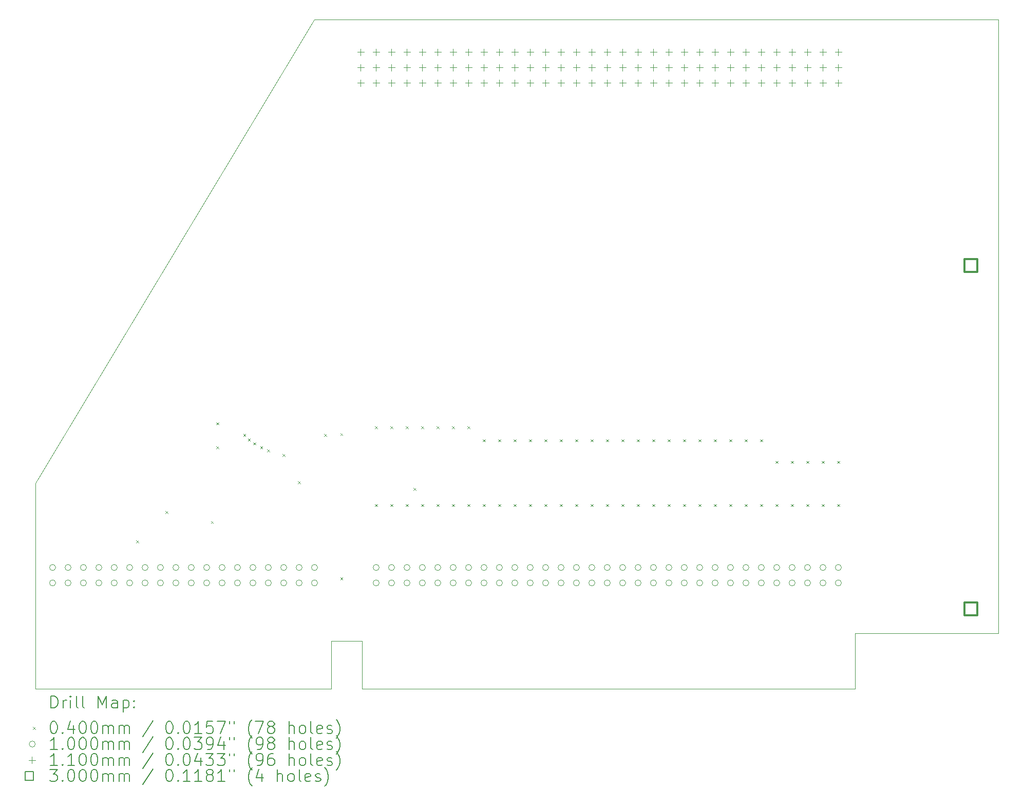
<source format=gbr>
%TF.GenerationSoftware,KiCad,Pcbnew,(6.0.11)*%
%TF.CreationDate,2023-06-06T08:43:58+02:00*%
%TF.ProjectId,DIN41612-ISA,44494e34-3136-4313-922d-4953412e6b69,rev?*%
%TF.SameCoordinates,Original*%
%TF.FileFunction,Drillmap*%
%TF.FilePolarity,Positive*%
%FSLAX45Y45*%
G04 Gerber Fmt 4.5, Leading zero omitted, Abs format (unit mm)*
G04 Created by KiCad (PCBNEW (6.0.11)) date 2023-06-06 08:43:58*
%MOMM*%
%LPD*%
G01*
G04 APERTURE LIST*
%ADD10C,0.100000*%
%ADD11C,0.200000*%
%ADD12C,0.040000*%
%ADD13C,0.110000*%
%ADD14C,0.300000*%
G04 APERTURE END LIST*
D10*
X23609300Y-14250000D02*
X21247100Y-14250000D01*
X21247100Y-15164400D01*
X13119100Y-15164400D01*
X13119100Y-14377000D01*
X12611100Y-14377000D01*
X12611100Y-15164400D01*
X7734300Y-15164400D01*
X7734300Y-11772900D01*
X12331700Y-4140800D01*
X23609300Y-4140800D01*
X23609300Y-14250000D01*
D11*
D12*
X9390700Y-12718100D02*
X9430700Y-12758100D01*
X9430700Y-12718100D02*
X9390700Y-12758100D01*
X9873300Y-12235500D02*
X9913300Y-12275500D01*
X9913300Y-12235500D02*
X9873300Y-12275500D01*
X10622600Y-12400600D02*
X10662600Y-12440600D01*
X10662600Y-12400600D02*
X10622600Y-12440600D01*
X10711500Y-10775000D02*
X10751500Y-10815000D01*
X10751500Y-10775000D02*
X10711500Y-10815000D01*
X10711500Y-11168700D02*
X10751500Y-11208700D01*
X10751500Y-11168700D02*
X10711500Y-11208700D01*
X11156000Y-10965500D02*
X11196000Y-11005500D01*
X11196000Y-10965500D02*
X11156000Y-11005500D01*
X11232200Y-11041700D02*
X11272200Y-11081700D01*
X11272200Y-11041700D02*
X11232200Y-11081700D01*
X11321100Y-11105200D02*
X11361100Y-11145200D01*
X11361100Y-11105200D02*
X11321100Y-11145200D01*
X11435400Y-11168700D02*
X11475400Y-11208700D01*
X11475400Y-11168700D02*
X11435400Y-11208700D01*
X11549700Y-11219500D02*
X11589700Y-11259500D01*
X11589700Y-11219500D02*
X11549700Y-11259500D01*
X11803700Y-11295700D02*
X11843700Y-11335700D01*
X11843700Y-11295700D02*
X11803700Y-11335700D01*
X12057700Y-11746650D02*
X12097700Y-11786650D01*
X12097700Y-11746650D02*
X12057700Y-11786650D01*
X12489500Y-10965500D02*
X12529500Y-11005500D01*
X12529500Y-10965500D02*
X12489500Y-11005500D01*
X12756200Y-10952800D02*
X12796200Y-10992800D01*
X12796200Y-10952800D02*
X12756200Y-10992800D01*
X12756200Y-13327700D02*
X12796200Y-13367700D01*
X12796200Y-13327700D02*
X12756200Y-13367700D01*
X13327700Y-10838500D02*
X13367700Y-10878500D01*
X13367700Y-10838500D02*
X13327700Y-10878500D01*
X13327700Y-12121200D02*
X13367700Y-12161200D01*
X13367700Y-12121200D02*
X13327700Y-12161200D01*
X13581700Y-10838500D02*
X13621700Y-10878500D01*
X13621700Y-10838500D02*
X13581700Y-10878500D01*
X13581700Y-12121200D02*
X13621700Y-12161200D01*
X13621700Y-12121200D02*
X13581700Y-12161200D01*
X13835700Y-10838500D02*
X13875700Y-10878500D01*
X13875700Y-10838500D02*
X13835700Y-10878500D01*
X13835700Y-12121200D02*
X13875700Y-12161200D01*
X13875700Y-12121200D02*
X13835700Y-12161200D01*
X13962700Y-11854500D02*
X14002700Y-11894500D01*
X14002700Y-11854500D02*
X13962700Y-11894500D01*
X14089700Y-10838500D02*
X14129700Y-10878500D01*
X14129700Y-10838500D02*
X14089700Y-10878500D01*
X14089700Y-12121200D02*
X14129700Y-12161200D01*
X14129700Y-12121200D02*
X14089700Y-12161200D01*
X14343700Y-10838500D02*
X14383700Y-10878500D01*
X14383700Y-10838500D02*
X14343700Y-10878500D01*
X14343700Y-12121200D02*
X14383700Y-12161200D01*
X14383700Y-12121200D02*
X14343700Y-12161200D01*
X14597700Y-10838500D02*
X14637700Y-10878500D01*
X14637700Y-10838500D02*
X14597700Y-10878500D01*
X14597700Y-12121200D02*
X14637700Y-12161200D01*
X14637700Y-12121200D02*
X14597700Y-12161200D01*
X14851700Y-10838500D02*
X14891700Y-10878500D01*
X14891700Y-10838500D02*
X14851700Y-10878500D01*
X14851700Y-12121200D02*
X14891700Y-12161200D01*
X14891700Y-12121200D02*
X14851700Y-12161200D01*
X15105700Y-11054400D02*
X15145700Y-11094400D01*
X15145700Y-11054400D02*
X15105700Y-11094400D01*
X15105700Y-12121200D02*
X15145700Y-12161200D01*
X15145700Y-12121200D02*
X15105700Y-12161200D01*
X15359700Y-11054400D02*
X15399700Y-11094400D01*
X15399700Y-11054400D02*
X15359700Y-11094400D01*
X15359700Y-12121200D02*
X15399700Y-12161200D01*
X15399700Y-12121200D02*
X15359700Y-12161200D01*
X15613700Y-11054400D02*
X15653700Y-11094400D01*
X15653700Y-11054400D02*
X15613700Y-11094400D01*
X15613700Y-12121200D02*
X15653700Y-12161200D01*
X15653700Y-12121200D02*
X15613700Y-12161200D01*
X15867700Y-11054400D02*
X15907700Y-11094400D01*
X15907700Y-11054400D02*
X15867700Y-11094400D01*
X15867700Y-12121200D02*
X15907700Y-12161200D01*
X15907700Y-12121200D02*
X15867700Y-12161200D01*
X16121700Y-11054400D02*
X16161700Y-11094400D01*
X16161700Y-11054400D02*
X16121700Y-11094400D01*
X16121700Y-12121200D02*
X16161700Y-12161200D01*
X16161700Y-12121200D02*
X16121700Y-12161200D01*
X16375700Y-11054400D02*
X16415700Y-11094400D01*
X16415700Y-11054400D02*
X16375700Y-11094400D01*
X16375700Y-12121200D02*
X16415700Y-12161200D01*
X16415700Y-12121200D02*
X16375700Y-12161200D01*
X16629700Y-11054400D02*
X16669700Y-11094400D01*
X16669700Y-11054400D02*
X16629700Y-11094400D01*
X16629700Y-12121200D02*
X16669700Y-12161200D01*
X16669700Y-12121200D02*
X16629700Y-12161200D01*
X16883700Y-11054400D02*
X16923700Y-11094400D01*
X16923700Y-11054400D02*
X16883700Y-11094400D01*
X16883700Y-12121200D02*
X16923700Y-12161200D01*
X16923700Y-12121200D02*
X16883700Y-12161200D01*
X17137700Y-11054400D02*
X17177700Y-11094400D01*
X17177700Y-11054400D02*
X17137700Y-11094400D01*
X17137700Y-12121200D02*
X17177700Y-12161200D01*
X17177700Y-12121200D02*
X17137700Y-12161200D01*
X17391700Y-11054400D02*
X17431700Y-11094400D01*
X17431700Y-11054400D02*
X17391700Y-11094400D01*
X17391700Y-12121200D02*
X17431700Y-12161200D01*
X17431700Y-12121200D02*
X17391700Y-12161200D01*
X17645700Y-11054400D02*
X17685700Y-11094400D01*
X17685700Y-11054400D02*
X17645700Y-11094400D01*
X17645700Y-12121200D02*
X17685700Y-12161200D01*
X17685700Y-12121200D02*
X17645700Y-12161200D01*
X17899700Y-11054400D02*
X17939700Y-11094400D01*
X17939700Y-11054400D02*
X17899700Y-11094400D01*
X17899700Y-12121200D02*
X17939700Y-12161200D01*
X17939700Y-12121200D02*
X17899700Y-12161200D01*
X18153700Y-11054400D02*
X18193700Y-11094400D01*
X18193700Y-11054400D02*
X18153700Y-11094400D01*
X18153700Y-12121200D02*
X18193700Y-12161200D01*
X18193700Y-12121200D02*
X18153700Y-12161200D01*
X18407700Y-11054400D02*
X18447700Y-11094400D01*
X18447700Y-11054400D02*
X18407700Y-11094400D01*
X18407700Y-12121200D02*
X18447700Y-12161200D01*
X18447700Y-12121200D02*
X18407700Y-12161200D01*
X18661700Y-11054400D02*
X18701700Y-11094400D01*
X18701700Y-11054400D02*
X18661700Y-11094400D01*
X18661700Y-12121200D02*
X18701700Y-12161200D01*
X18701700Y-12121200D02*
X18661700Y-12161200D01*
X18915700Y-11054400D02*
X18955700Y-11094400D01*
X18955700Y-11054400D02*
X18915700Y-11094400D01*
X18915700Y-12121200D02*
X18955700Y-12161200D01*
X18955700Y-12121200D02*
X18915700Y-12161200D01*
X19169700Y-11054400D02*
X19209700Y-11094400D01*
X19209700Y-11054400D02*
X19169700Y-11094400D01*
X19169700Y-12121200D02*
X19209700Y-12161200D01*
X19209700Y-12121200D02*
X19169700Y-12161200D01*
X19423700Y-11054400D02*
X19463700Y-11094400D01*
X19463700Y-11054400D02*
X19423700Y-11094400D01*
X19423700Y-12121200D02*
X19463700Y-12161200D01*
X19463700Y-12121200D02*
X19423700Y-12161200D01*
X19677700Y-11054400D02*
X19717700Y-11094400D01*
X19717700Y-11054400D02*
X19677700Y-11094400D01*
X19677700Y-12121200D02*
X19717700Y-12161200D01*
X19717700Y-12121200D02*
X19677700Y-12161200D01*
X19931700Y-11410000D02*
X19971700Y-11450000D01*
X19971700Y-11410000D02*
X19931700Y-11450000D01*
X19931700Y-12121200D02*
X19971700Y-12161200D01*
X19971700Y-12121200D02*
X19931700Y-12161200D01*
X20185700Y-11410000D02*
X20225700Y-11450000D01*
X20225700Y-11410000D02*
X20185700Y-11450000D01*
X20185700Y-12121200D02*
X20225700Y-12161200D01*
X20225700Y-12121200D02*
X20185700Y-12161200D01*
X20439700Y-11410000D02*
X20479700Y-11450000D01*
X20479700Y-11410000D02*
X20439700Y-11450000D01*
X20439700Y-12121200D02*
X20479700Y-12161200D01*
X20479700Y-12121200D02*
X20439700Y-12161200D01*
X20693700Y-11410000D02*
X20733700Y-11450000D01*
X20733700Y-11410000D02*
X20693700Y-11450000D01*
X20693700Y-12121200D02*
X20733700Y-12161200D01*
X20733700Y-12121200D02*
X20693700Y-12161200D01*
X20947700Y-11410000D02*
X20987700Y-11450000D01*
X20987700Y-11410000D02*
X20947700Y-11450000D01*
X20947700Y-12121200D02*
X20987700Y-12161200D01*
X20987700Y-12121200D02*
X20947700Y-12161200D01*
D10*
X8063700Y-13165000D02*
G75*
G03*
X8063700Y-13165000I-50000J0D01*
G01*
X8063700Y-13419000D02*
G75*
G03*
X8063700Y-13419000I-50000J0D01*
G01*
X8317700Y-13165000D02*
G75*
G03*
X8317700Y-13165000I-50000J0D01*
G01*
X8317700Y-13419000D02*
G75*
G03*
X8317700Y-13419000I-50000J0D01*
G01*
X8571700Y-13165000D02*
G75*
G03*
X8571700Y-13165000I-50000J0D01*
G01*
X8571700Y-13419000D02*
G75*
G03*
X8571700Y-13419000I-50000J0D01*
G01*
X8825700Y-13165000D02*
G75*
G03*
X8825700Y-13165000I-50000J0D01*
G01*
X8825700Y-13419000D02*
G75*
G03*
X8825700Y-13419000I-50000J0D01*
G01*
X9079700Y-13165000D02*
G75*
G03*
X9079700Y-13165000I-50000J0D01*
G01*
X9079700Y-13419000D02*
G75*
G03*
X9079700Y-13419000I-50000J0D01*
G01*
X9333700Y-13165000D02*
G75*
G03*
X9333700Y-13165000I-50000J0D01*
G01*
X9333700Y-13419000D02*
G75*
G03*
X9333700Y-13419000I-50000J0D01*
G01*
X9587700Y-13165000D02*
G75*
G03*
X9587700Y-13165000I-50000J0D01*
G01*
X9587700Y-13419000D02*
G75*
G03*
X9587700Y-13419000I-50000J0D01*
G01*
X9841700Y-13165000D02*
G75*
G03*
X9841700Y-13165000I-50000J0D01*
G01*
X9841700Y-13419000D02*
G75*
G03*
X9841700Y-13419000I-50000J0D01*
G01*
X10095700Y-13165000D02*
G75*
G03*
X10095700Y-13165000I-50000J0D01*
G01*
X10095700Y-13419000D02*
G75*
G03*
X10095700Y-13419000I-50000J0D01*
G01*
X10349700Y-13165000D02*
G75*
G03*
X10349700Y-13165000I-50000J0D01*
G01*
X10349700Y-13419000D02*
G75*
G03*
X10349700Y-13419000I-50000J0D01*
G01*
X10603700Y-13165000D02*
G75*
G03*
X10603700Y-13165000I-50000J0D01*
G01*
X10603700Y-13419000D02*
G75*
G03*
X10603700Y-13419000I-50000J0D01*
G01*
X10857700Y-13165000D02*
G75*
G03*
X10857700Y-13165000I-50000J0D01*
G01*
X10857700Y-13419000D02*
G75*
G03*
X10857700Y-13419000I-50000J0D01*
G01*
X11111700Y-13165000D02*
G75*
G03*
X11111700Y-13165000I-50000J0D01*
G01*
X11111700Y-13419000D02*
G75*
G03*
X11111700Y-13419000I-50000J0D01*
G01*
X11365700Y-13165000D02*
G75*
G03*
X11365700Y-13165000I-50000J0D01*
G01*
X11365700Y-13419000D02*
G75*
G03*
X11365700Y-13419000I-50000J0D01*
G01*
X11619700Y-13165000D02*
G75*
G03*
X11619700Y-13165000I-50000J0D01*
G01*
X11619700Y-13419000D02*
G75*
G03*
X11619700Y-13419000I-50000J0D01*
G01*
X11873700Y-13165000D02*
G75*
G03*
X11873700Y-13165000I-50000J0D01*
G01*
X11873700Y-13419000D02*
G75*
G03*
X11873700Y-13419000I-50000J0D01*
G01*
X12127700Y-13165000D02*
G75*
G03*
X12127700Y-13165000I-50000J0D01*
G01*
X12127700Y-13419000D02*
G75*
G03*
X12127700Y-13419000I-50000J0D01*
G01*
X12381700Y-13165000D02*
G75*
G03*
X12381700Y-13165000I-50000J0D01*
G01*
X12381700Y-13419000D02*
G75*
G03*
X12381700Y-13419000I-50000J0D01*
G01*
X13397700Y-13165000D02*
G75*
G03*
X13397700Y-13165000I-50000J0D01*
G01*
X13397700Y-13419000D02*
G75*
G03*
X13397700Y-13419000I-50000J0D01*
G01*
X13651700Y-13165000D02*
G75*
G03*
X13651700Y-13165000I-50000J0D01*
G01*
X13651700Y-13419000D02*
G75*
G03*
X13651700Y-13419000I-50000J0D01*
G01*
X13905700Y-13165000D02*
G75*
G03*
X13905700Y-13165000I-50000J0D01*
G01*
X13905700Y-13419000D02*
G75*
G03*
X13905700Y-13419000I-50000J0D01*
G01*
X14159700Y-13165000D02*
G75*
G03*
X14159700Y-13165000I-50000J0D01*
G01*
X14159700Y-13419000D02*
G75*
G03*
X14159700Y-13419000I-50000J0D01*
G01*
X14413700Y-13165000D02*
G75*
G03*
X14413700Y-13165000I-50000J0D01*
G01*
X14413700Y-13419000D02*
G75*
G03*
X14413700Y-13419000I-50000J0D01*
G01*
X14667700Y-13165000D02*
G75*
G03*
X14667700Y-13165000I-50000J0D01*
G01*
X14667700Y-13419000D02*
G75*
G03*
X14667700Y-13419000I-50000J0D01*
G01*
X14921700Y-13165000D02*
G75*
G03*
X14921700Y-13165000I-50000J0D01*
G01*
X14921700Y-13419000D02*
G75*
G03*
X14921700Y-13419000I-50000J0D01*
G01*
X15175700Y-13165000D02*
G75*
G03*
X15175700Y-13165000I-50000J0D01*
G01*
X15175700Y-13419000D02*
G75*
G03*
X15175700Y-13419000I-50000J0D01*
G01*
X15429700Y-13165000D02*
G75*
G03*
X15429700Y-13165000I-50000J0D01*
G01*
X15429700Y-13419000D02*
G75*
G03*
X15429700Y-13419000I-50000J0D01*
G01*
X15683700Y-13165000D02*
G75*
G03*
X15683700Y-13165000I-50000J0D01*
G01*
X15683700Y-13419000D02*
G75*
G03*
X15683700Y-13419000I-50000J0D01*
G01*
X15937700Y-13165000D02*
G75*
G03*
X15937700Y-13165000I-50000J0D01*
G01*
X15937700Y-13419000D02*
G75*
G03*
X15937700Y-13419000I-50000J0D01*
G01*
X16191700Y-13165000D02*
G75*
G03*
X16191700Y-13165000I-50000J0D01*
G01*
X16191700Y-13419000D02*
G75*
G03*
X16191700Y-13419000I-50000J0D01*
G01*
X16445700Y-13165000D02*
G75*
G03*
X16445700Y-13165000I-50000J0D01*
G01*
X16445700Y-13419000D02*
G75*
G03*
X16445700Y-13419000I-50000J0D01*
G01*
X16699700Y-13165000D02*
G75*
G03*
X16699700Y-13165000I-50000J0D01*
G01*
X16699700Y-13419000D02*
G75*
G03*
X16699700Y-13419000I-50000J0D01*
G01*
X16953700Y-13165000D02*
G75*
G03*
X16953700Y-13165000I-50000J0D01*
G01*
X16953700Y-13419000D02*
G75*
G03*
X16953700Y-13419000I-50000J0D01*
G01*
X17207700Y-13165000D02*
G75*
G03*
X17207700Y-13165000I-50000J0D01*
G01*
X17207700Y-13419000D02*
G75*
G03*
X17207700Y-13419000I-50000J0D01*
G01*
X17461700Y-13165000D02*
G75*
G03*
X17461700Y-13165000I-50000J0D01*
G01*
X17461700Y-13419000D02*
G75*
G03*
X17461700Y-13419000I-50000J0D01*
G01*
X17715700Y-13165000D02*
G75*
G03*
X17715700Y-13165000I-50000J0D01*
G01*
X17715700Y-13419000D02*
G75*
G03*
X17715700Y-13419000I-50000J0D01*
G01*
X17969700Y-13165000D02*
G75*
G03*
X17969700Y-13165000I-50000J0D01*
G01*
X17969700Y-13419000D02*
G75*
G03*
X17969700Y-13419000I-50000J0D01*
G01*
X18223700Y-13165000D02*
G75*
G03*
X18223700Y-13165000I-50000J0D01*
G01*
X18223700Y-13419000D02*
G75*
G03*
X18223700Y-13419000I-50000J0D01*
G01*
X18477700Y-13165000D02*
G75*
G03*
X18477700Y-13165000I-50000J0D01*
G01*
X18477700Y-13419000D02*
G75*
G03*
X18477700Y-13419000I-50000J0D01*
G01*
X18731700Y-13165000D02*
G75*
G03*
X18731700Y-13165000I-50000J0D01*
G01*
X18731700Y-13419000D02*
G75*
G03*
X18731700Y-13419000I-50000J0D01*
G01*
X18985700Y-13165000D02*
G75*
G03*
X18985700Y-13165000I-50000J0D01*
G01*
X18985700Y-13419000D02*
G75*
G03*
X18985700Y-13419000I-50000J0D01*
G01*
X19239700Y-13165000D02*
G75*
G03*
X19239700Y-13165000I-50000J0D01*
G01*
X19239700Y-13419000D02*
G75*
G03*
X19239700Y-13419000I-50000J0D01*
G01*
X19493700Y-13165000D02*
G75*
G03*
X19493700Y-13165000I-50000J0D01*
G01*
X19493700Y-13419000D02*
G75*
G03*
X19493700Y-13419000I-50000J0D01*
G01*
X19747700Y-13165000D02*
G75*
G03*
X19747700Y-13165000I-50000J0D01*
G01*
X19747700Y-13419000D02*
G75*
G03*
X19747700Y-13419000I-50000J0D01*
G01*
X20001700Y-13165000D02*
G75*
G03*
X20001700Y-13165000I-50000J0D01*
G01*
X20001700Y-13419000D02*
G75*
G03*
X20001700Y-13419000I-50000J0D01*
G01*
X20255700Y-13165000D02*
G75*
G03*
X20255700Y-13165000I-50000J0D01*
G01*
X20255700Y-13419000D02*
G75*
G03*
X20255700Y-13419000I-50000J0D01*
G01*
X20509700Y-13165000D02*
G75*
G03*
X20509700Y-13165000I-50000J0D01*
G01*
X20509700Y-13419000D02*
G75*
G03*
X20509700Y-13419000I-50000J0D01*
G01*
X20763700Y-13165000D02*
G75*
G03*
X20763700Y-13165000I-50000J0D01*
G01*
X20763700Y-13419000D02*
G75*
G03*
X20763700Y-13419000I-50000J0D01*
G01*
X21017700Y-13165000D02*
G75*
G03*
X21017700Y-13165000I-50000J0D01*
G01*
X21017700Y-13419000D02*
G75*
G03*
X21017700Y-13419000I-50000J0D01*
G01*
D13*
X13093700Y-4619200D02*
X13093700Y-4729200D01*
X13038700Y-4674200D02*
X13148700Y-4674200D01*
X13093700Y-4873200D02*
X13093700Y-4983200D01*
X13038700Y-4928200D02*
X13148700Y-4928200D01*
X13093700Y-5127200D02*
X13093700Y-5237200D01*
X13038700Y-5182200D02*
X13148700Y-5182200D01*
X13347700Y-4619200D02*
X13347700Y-4729200D01*
X13292700Y-4674200D02*
X13402700Y-4674200D01*
X13347700Y-4873200D02*
X13347700Y-4983200D01*
X13292700Y-4928200D02*
X13402700Y-4928200D01*
X13347700Y-5127200D02*
X13347700Y-5237200D01*
X13292700Y-5182200D02*
X13402700Y-5182200D01*
X13601700Y-4619200D02*
X13601700Y-4729200D01*
X13546700Y-4674200D02*
X13656700Y-4674200D01*
X13601700Y-4873200D02*
X13601700Y-4983200D01*
X13546700Y-4928200D02*
X13656700Y-4928200D01*
X13601700Y-5127200D02*
X13601700Y-5237200D01*
X13546700Y-5182200D02*
X13656700Y-5182200D01*
X13855700Y-4619200D02*
X13855700Y-4729200D01*
X13800700Y-4674200D02*
X13910700Y-4674200D01*
X13855700Y-4873200D02*
X13855700Y-4983200D01*
X13800700Y-4928200D02*
X13910700Y-4928200D01*
X13855700Y-5127200D02*
X13855700Y-5237200D01*
X13800700Y-5182200D02*
X13910700Y-5182200D01*
X14109700Y-4619200D02*
X14109700Y-4729200D01*
X14054700Y-4674200D02*
X14164700Y-4674200D01*
X14109700Y-4873200D02*
X14109700Y-4983200D01*
X14054700Y-4928200D02*
X14164700Y-4928200D01*
X14109700Y-5127200D02*
X14109700Y-5237200D01*
X14054700Y-5182200D02*
X14164700Y-5182200D01*
X14363700Y-4619200D02*
X14363700Y-4729200D01*
X14308700Y-4674200D02*
X14418700Y-4674200D01*
X14363700Y-4873200D02*
X14363700Y-4983200D01*
X14308700Y-4928200D02*
X14418700Y-4928200D01*
X14363700Y-5127200D02*
X14363700Y-5237200D01*
X14308700Y-5182200D02*
X14418700Y-5182200D01*
X14617700Y-4619200D02*
X14617700Y-4729200D01*
X14562700Y-4674200D02*
X14672700Y-4674200D01*
X14617700Y-4873200D02*
X14617700Y-4983200D01*
X14562700Y-4928200D02*
X14672700Y-4928200D01*
X14617700Y-5127200D02*
X14617700Y-5237200D01*
X14562700Y-5182200D02*
X14672700Y-5182200D01*
X14871700Y-4619200D02*
X14871700Y-4729200D01*
X14816700Y-4674200D02*
X14926700Y-4674200D01*
X14871700Y-4873200D02*
X14871700Y-4983200D01*
X14816700Y-4928200D02*
X14926700Y-4928200D01*
X14871700Y-5127200D02*
X14871700Y-5237200D01*
X14816700Y-5182200D02*
X14926700Y-5182200D01*
X15125700Y-4619200D02*
X15125700Y-4729200D01*
X15070700Y-4674200D02*
X15180700Y-4674200D01*
X15125700Y-4873200D02*
X15125700Y-4983200D01*
X15070700Y-4928200D02*
X15180700Y-4928200D01*
X15125700Y-5127200D02*
X15125700Y-5237200D01*
X15070700Y-5182200D02*
X15180700Y-5182200D01*
X15379700Y-4619200D02*
X15379700Y-4729200D01*
X15324700Y-4674200D02*
X15434700Y-4674200D01*
X15379700Y-4873200D02*
X15379700Y-4983200D01*
X15324700Y-4928200D02*
X15434700Y-4928200D01*
X15379700Y-5127200D02*
X15379700Y-5237200D01*
X15324700Y-5182200D02*
X15434700Y-5182200D01*
X15633700Y-4619200D02*
X15633700Y-4729200D01*
X15578700Y-4674200D02*
X15688700Y-4674200D01*
X15633700Y-4873200D02*
X15633700Y-4983200D01*
X15578700Y-4928200D02*
X15688700Y-4928200D01*
X15633700Y-5127200D02*
X15633700Y-5237200D01*
X15578700Y-5182200D02*
X15688700Y-5182200D01*
X15887700Y-4619200D02*
X15887700Y-4729200D01*
X15832700Y-4674200D02*
X15942700Y-4674200D01*
X15887700Y-4873200D02*
X15887700Y-4983200D01*
X15832700Y-4928200D02*
X15942700Y-4928200D01*
X15887700Y-5127200D02*
X15887700Y-5237200D01*
X15832700Y-5182200D02*
X15942700Y-5182200D01*
X16141700Y-4619200D02*
X16141700Y-4729200D01*
X16086700Y-4674200D02*
X16196700Y-4674200D01*
X16141700Y-4873200D02*
X16141700Y-4983200D01*
X16086700Y-4928200D02*
X16196700Y-4928200D01*
X16141700Y-5127200D02*
X16141700Y-5237200D01*
X16086700Y-5182200D02*
X16196700Y-5182200D01*
X16395700Y-4619200D02*
X16395700Y-4729200D01*
X16340700Y-4674200D02*
X16450700Y-4674200D01*
X16395700Y-4873200D02*
X16395700Y-4983200D01*
X16340700Y-4928200D02*
X16450700Y-4928200D01*
X16395700Y-5127200D02*
X16395700Y-5237200D01*
X16340700Y-5182200D02*
X16450700Y-5182200D01*
X16649700Y-4619200D02*
X16649700Y-4729200D01*
X16594700Y-4674200D02*
X16704700Y-4674200D01*
X16649700Y-4873200D02*
X16649700Y-4983200D01*
X16594700Y-4928200D02*
X16704700Y-4928200D01*
X16649700Y-5127200D02*
X16649700Y-5237200D01*
X16594700Y-5182200D02*
X16704700Y-5182200D01*
X16903700Y-4619200D02*
X16903700Y-4729200D01*
X16848700Y-4674200D02*
X16958700Y-4674200D01*
X16903700Y-4873200D02*
X16903700Y-4983200D01*
X16848700Y-4928200D02*
X16958700Y-4928200D01*
X16903700Y-5127200D02*
X16903700Y-5237200D01*
X16848700Y-5182200D02*
X16958700Y-5182200D01*
X17157700Y-4619200D02*
X17157700Y-4729200D01*
X17102700Y-4674200D02*
X17212700Y-4674200D01*
X17157700Y-4873200D02*
X17157700Y-4983200D01*
X17102700Y-4928200D02*
X17212700Y-4928200D01*
X17157700Y-5127200D02*
X17157700Y-5237200D01*
X17102700Y-5182200D02*
X17212700Y-5182200D01*
X17411700Y-4619200D02*
X17411700Y-4729200D01*
X17356700Y-4674200D02*
X17466700Y-4674200D01*
X17411700Y-4873200D02*
X17411700Y-4983200D01*
X17356700Y-4928200D02*
X17466700Y-4928200D01*
X17411700Y-5127200D02*
X17411700Y-5237200D01*
X17356700Y-5182200D02*
X17466700Y-5182200D01*
X17665700Y-4619200D02*
X17665700Y-4729200D01*
X17610700Y-4674200D02*
X17720700Y-4674200D01*
X17665700Y-4873200D02*
X17665700Y-4983200D01*
X17610700Y-4928200D02*
X17720700Y-4928200D01*
X17665700Y-5127200D02*
X17665700Y-5237200D01*
X17610700Y-5182200D02*
X17720700Y-5182200D01*
X17919700Y-4619200D02*
X17919700Y-4729200D01*
X17864700Y-4674200D02*
X17974700Y-4674200D01*
X17919700Y-4873200D02*
X17919700Y-4983200D01*
X17864700Y-4928200D02*
X17974700Y-4928200D01*
X17919700Y-5127200D02*
X17919700Y-5237200D01*
X17864700Y-5182200D02*
X17974700Y-5182200D01*
X18173700Y-4619200D02*
X18173700Y-4729200D01*
X18118700Y-4674200D02*
X18228700Y-4674200D01*
X18173700Y-4873200D02*
X18173700Y-4983200D01*
X18118700Y-4928200D02*
X18228700Y-4928200D01*
X18173700Y-5127200D02*
X18173700Y-5237200D01*
X18118700Y-5182200D02*
X18228700Y-5182200D01*
X18427700Y-4619200D02*
X18427700Y-4729200D01*
X18372700Y-4674200D02*
X18482700Y-4674200D01*
X18427700Y-4873200D02*
X18427700Y-4983200D01*
X18372700Y-4928200D02*
X18482700Y-4928200D01*
X18427700Y-5127200D02*
X18427700Y-5237200D01*
X18372700Y-5182200D02*
X18482700Y-5182200D01*
X18681700Y-4619200D02*
X18681700Y-4729200D01*
X18626700Y-4674200D02*
X18736700Y-4674200D01*
X18681700Y-4873200D02*
X18681700Y-4983200D01*
X18626700Y-4928200D02*
X18736700Y-4928200D01*
X18681700Y-5127200D02*
X18681700Y-5237200D01*
X18626700Y-5182200D02*
X18736700Y-5182200D01*
X18935700Y-4619200D02*
X18935700Y-4729200D01*
X18880700Y-4674200D02*
X18990700Y-4674200D01*
X18935700Y-4873200D02*
X18935700Y-4983200D01*
X18880700Y-4928200D02*
X18990700Y-4928200D01*
X18935700Y-5127200D02*
X18935700Y-5237200D01*
X18880700Y-5182200D02*
X18990700Y-5182200D01*
X19189700Y-4619200D02*
X19189700Y-4729200D01*
X19134700Y-4674200D02*
X19244700Y-4674200D01*
X19189700Y-4873200D02*
X19189700Y-4983200D01*
X19134700Y-4928200D02*
X19244700Y-4928200D01*
X19189700Y-5127200D02*
X19189700Y-5237200D01*
X19134700Y-5182200D02*
X19244700Y-5182200D01*
X19443700Y-4619200D02*
X19443700Y-4729200D01*
X19388700Y-4674200D02*
X19498700Y-4674200D01*
X19443700Y-4873200D02*
X19443700Y-4983200D01*
X19388700Y-4928200D02*
X19498700Y-4928200D01*
X19443700Y-5127200D02*
X19443700Y-5237200D01*
X19388700Y-5182200D02*
X19498700Y-5182200D01*
X19697700Y-4619200D02*
X19697700Y-4729200D01*
X19642700Y-4674200D02*
X19752700Y-4674200D01*
X19697700Y-4873200D02*
X19697700Y-4983200D01*
X19642700Y-4928200D02*
X19752700Y-4928200D01*
X19697700Y-5127200D02*
X19697700Y-5237200D01*
X19642700Y-5182200D02*
X19752700Y-5182200D01*
X19951700Y-4619200D02*
X19951700Y-4729200D01*
X19896700Y-4674200D02*
X20006700Y-4674200D01*
X19951700Y-4873200D02*
X19951700Y-4983200D01*
X19896700Y-4928200D02*
X20006700Y-4928200D01*
X19951700Y-5127200D02*
X19951700Y-5237200D01*
X19896700Y-5182200D02*
X20006700Y-5182200D01*
X20205700Y-4619200D02*
X20205700Y-4729200D01*
X20150700Y-4674200D02*
X20260700Y-4674200D01*
X20205700Y-4873200D02*
X20205700Y-4983200D01*
X20150700Y-4928200D02*
X20260700Y-4928200D01*
X20205700Y-5127200D02*
X20205700Y-5237200D01*
X20150700Y-5182200D02*
X20260700Y-5182200D01*
X20459700Y-4619200D02*
X20459700Y-4729200D01*
X20404700Y-4674200D02*
X20514700Y-4674200D01*
X20459700Y-4873200D02*
X20459700Y-4983200D01*
X20404700Y-4928200D02*
X20514700Y-4928200D01*
X20459700Y-5127200D02*
X20459700Y-5237200D01*
X20404700Y-5182200D02*
X20514700Y-5182200D01*
X20713700Y-4619200D02*
X20713700Y-4729200D01*
X20658700Y-4674200D02*
X20768700Y-4674200D01*
X20713700Y-4873200D02*
X20713700Y-4983200D01*
X20658700Y-4928200D02*
X20768700Y-4928200D01*
X20713700Y-5127200D02*
X20713700Y-5237200D01*
X20658700Y-5182200D02*
X20768700Y-5182200D01*
X20967700Y-4619200D02*
X20967700Y-4729200D01*
X20912700Y-4674200D02*
X21022700Y-4674200D01*
X20967700Y-4873200D02*
X20967700Y-4983200D01*
X20912700Y-4928200D02*
X21022700Y-4928200D01*
X20967700Y-5127200D02*
X20967700Y-5237200D01*
X20912700Y-5182200D02*
X21022700Y-5182200D01*
D14*
X23258167Y-8298167D02*
X23258167Y-8086033D01*
X23046033Y-8086033D01*
X23046033Y-8298167D01*
X23258167Y-8298167D01*
X23258167Y-8298167D02*
X23258167Y-8086033D01*
X23046033Y-8086033D01*
X23046033Y-8298167D01*
X23258167Y-8298167D01*
X23258167Y-13949667D02*
X23258167Y-13737533D01*
X23046033Y-13737533D01*
X23046033Y-13949667D01*
X23258167Y-13949667D01*
X23258167Y-13949667D02*
X23258167Y-13737533D01*
X23046033Y-13737533D01*
X23046033Y-13949667D01*
X23258167Y-13949667D01*
D11*
X7986919Y-15479876D02*
X7986919Y-15279876D01*
X8034538Y-15279876D01*
X8063109Y-15289400D01*
X8082157Y-15308448D01*
X8091681Y-15327495D01*
X8101205Y-15365590D01*
X8101205Y-15394162D01*
X8091681Y-15432257D01*
X8082157Y-15451305D01*
X8063109Y-15470352D01*
X8034538Y-15479876D01*
X7986919Y-15479876D01*
X8186919Y-15479876D02*
X8186919Y-15346543D01*
X8186919Y-15384638D02*
X8196443Y-15365590D01*
X8205967Y-15356067D01*
X8225014Y-15346543D01*
X8244062Y-15346543D01*
X8310728Y-15479876D02*
X8310728Y-15346543D01*
X8310728Y-15279876D02*
X8301205Y-15289400D01*
X8310728Y-15298924D01*
X8320252Y-15289400D01*
X8310728Y-15279876D01*
X8310728Y-15298924D01*
X8434538Y-15479876D02*
X8415490Y-15470352D01*
X8405967Y-15451305D01*
X8405967Y-15279876D01*
X8539300Y-15479876D02*
X8520252Y-15470352D01*
X8510729Y-15451305D01*
X8510729Y-15279876D01*
X8767871Y-15479876D02*
X8767871Y-15279876D01*
X8834538Y-15422733D01*
X8901205Y-15279876D01*
X8901205Y-15479876D01*
X9082157Y-15479876D02*
X9082157Y-15375114D01*
X9072633Y-15356067D01*
X9053586Y-15346543D01*
X9015490Y-15346543D01*
X8996443Y-15356067D01*
X9082157Y-15470352D02*
X9063110Y-15479876D01*
X9015490Y-15479876D01*
X8996443Y-15470352D01*
X8986919Y-15451305D01*
X8986919Y-15432257D01*
X8996443Y-15413209D01*
X9015490Y-15403686D01*
X9063110Y-15403686D01*
X9082157Y-15394162D01*
X9177395Y-15346543D02*
X9177395Y-15546543D01*
X9177395Y-15356067D02*
X9196443Y-15346543D01*
X9234538Y-15346543D01*
X9253586Y-15356067D01*
X9263110Y-15365590D01*
X9272633Y-15384638D01*
X9272633Y-15441781D01*
X9263110Y-15460828D01*
X9253586Y-15470352D01*
X9234538Y-15479876D01*
X9196443Y-15479876D01*
X9177395Y-15470352D01*
X9358348Y-15460828D02*
X9367871Y-15470352D01*
X9358348Y-15479876D01*
X9348824Y-15470352D01*
X9358348Y-15460828D01*
X9358348Y-15479876D01*
X9358348Y-15356067D02*
X9367871Y-15365590D01*
X9358348Y-15375114D01*
X9348824Y-15365590D01*
X9358348Y-15356067D01*
X9358348Y-15375114D01*
D12*
X7689300Y-15789400D02*
X7729300Y-15829400D01*
X7729300Y-15789400D02*
X7689300Y-15829400D01*
D11*
X8025014Y-15699876D02*
X8044062Y-15699876D01*
X8063109Y-15709400D01*
X8072633Y-15718924D01*
X8082157Y-15737971D01*
X8091681Y-15776067D01*
X8091681Y-15823686D01*
X8082157Y-15861781D01*
X8072633Y-15880828D01*
X8063109Y-15890352D01*
X8044062Y-15899876D01*
X8025014Y-15899876D01*
X8005967Y-15890352D01*
X7996443Y-15880828D01*
X7986919Y-15861781D01*
X7977395Y-15823686D01*
X7977395Y-15776067D01*
X7986919Y-15737971D01*
X7996443Y-15718924D01*
X8005967Y-15709400D01*
X8025014Y-15699876D01*
X8177395Y-15880828D02*
X8186919Y-15890352D01*
X8177395Y-15899876D01*
X8167871Y-15890352D01*
X8177395Y-15880828D01*
X8177395Y-15899876D01*
X8358348Y-15766543D02*
X8358348Y-15899876D01*
X8310728Y-15690352D02*
X8263109Y-15833209D01*
X8386919Y-15833209D01*
X8501205Y-15699876D02*
X8520252Y-15699876D01*
X8539300Y-15709400D01*
X8548824Y-15718924D01*
X8558348Y-15737971D01*
X8567871Y-15776067D01*
X8567871Y-15823686D01*
X8558348Y-15861781D01*
X8548824Y-15880828D01*
X8539300Y-15890352D01*
X8520252Y-15899876D01*
X8501205Y-15899876D01*
X8482157Y-15890352D01*
X8472633Y-15880828D01*
X8463110Y-15861781D01*
X8453586Y-15823686D01*
X8453586Y-15776067D01*
X8463110Y-15737971D01*
X8472633Y-15718924D01*
X8482157Y-15709400D01*
X8501205Y-15699876D01*
X8691681Y-15699876D02*
X8710729Y-15699876D01*
X8729776Y-15709400D01*
X8739300Y-15718924D01*
X8748824Y-15737971D01*
X8758348Y-15776067D01*
X8758348Y-15823686D01*
X8748824Y-15861781D01*
X8739300Y-15880828D01*
X8729776Y-15890352D01*
X8710729Y-15899876D01*
X8691681Y-15899876D01*
X8672633Y-15890352D01*
X8663110Y-15880828D01*
X8653586Y-15861781D01*
X8644062Y-15823686D01*
X8644062Y-15776067D01*
X8653586Y-15737971D01*
X8663110Y-15718924D01*
X8672633Y-15709400D01*
X8691681Y-15699876D01*
X8844062Y-15899876D02*
X8844062Y-15766543D01*
X8844062Y-15785590D02*
X8853586Y-15776067D01*
X8872633Y-15766543D01*
X8901205Y-15766543D01*
X8920252Y-15776067D01*
X8929776Y-15795114D01*
X8929776Y-15899876D01*
X8929776Y-15795114D02*
X8939300Y-15776067D01*
X8958348Y-15766543D01*
X8986919Y-15766543D01*
X9005967Y-15776067D01*
X9015490Y-15795114D01*
X9015490Y-15899876D01*
X9110729Y-15899876D02*
X9110729Y-15766543D01*
X9110729Y-15785590D02*
X9120252Y-15776067D01*
X9139300Y-15766543D01*
X9167871Y-15766543D01*
X9186919Y-15776067D01*
X9196443Y-15795114D01*
X9196443Y-15899876D01*
X9196443Y-15795114D02*
X9205967Y-15776067D01*
X9225014Y-15766543D01*
X9253586Y-15766543D01*
X9272633Y-15776067D01*
X9282157Y-15795114D01*
X9282157Y-15899876D01*
X9672633Y-15690352D02*
X9501205Y-15947495D01*
X9929776Y-15699876D02*
X9948824Y-15699876D01*
X9967871Y-15709400D01*
X9977395Y-15718924D01*
X9986919Y-15737971D01*
X9996443Y-15776067D01*
X9996443Y-15823686D01*
X9986919Y-15861781D01*
X9977395Y-15880828D01*
X9967871Y-15890352D01*
X9948824Y-15899876D01*
X9929776Y-15899876D01*
X9910729Y-15890352D01*
X9901205Y-15880828D01*
X9891681Y-15861781D01*
X9882157Y-15823686D01*
X9882157Y-15776067D01*
X9891681Y-15737971D01*
X9901205Y-15718924D01*
X9910729Y-15709400D01*
X9929776Y-15699876D01*
X10082157Y-15880828D02*
X10091681Y-15890352D01*
X10082157Y-15899876D01*
X10072633Y-15890352D01*
X10082157Y-15880828D01*
X10082157Y-15899876D01*
X10215490Y-15699876D02*
X10234538Y-15699876D01*
X10253586Y-15709400D01*
X10263110Y-15718924D01*
X10272633Y-15737971D01*
X10282157Y-15776067D01*
X10282157Y-15823686D01*
X10272633Y-15861781D01*
X10263110Y-15880828D01*
X10253586Y-15890352D01*
X10234538Y-15899876D01*
X10215490Y-15899876D01*
X10196443Y-15890352D01*
X10186919Y-15880828D01*
X10177395Y-15861781D01*
X10167871Y-15823686D01*
X10167871Y-15776067D01*
X10177395Y-15737971D01*
X10186919Y-15718924D01*
X10196443Y-15709400D01*
X10215490Y-15699876D01*
X10472633Y-15899876D02*
X10358348Y-15899876D01*
X10415490Y-15899876D02*
X10415490Y-15699876D01*
X10396443Y-15728448D01*
X10377395Y-15747495D01*
X10358348Y-15757019D01*
X10653586Y-15699876D02*
X10558348Y-15699876D01*
X10548824Y-15795114D01*
X10558348Y-15785590D01*
X10577395Y-15776067D01*
X10625014Y-15776067D01*
X10644062Y-15785590D01*
X10653586Y-15795114D01*
X10663110Y-15814162D01*
X10663110Y-15861781D01*
X10653586Y-15880828D01*
X10644062Y-15890352D01*
X10625014Y-15899876D01*
X10577395Y-15899876D01*
X10558348Y-15890352D01*
X10548824Y-15880828D01*
X10729776Y-15699876D02*
X10863110Y-15699876D01*
X10777395Y-15899876D01*
X10929776Y-15699876D02*
X10929776Y-15737971D01*
X11005967Y-15699876D02*
X11005967Y-15737971D01*
X11301205Y-15976067D02*
X11291681Y-15966543D01*
X11272633Y-15937971D01*
X11263109Y-15918924D01*
X11253586Y-15890352D01*
X11244062Y-15842733D01*
X11244062Y-15804638D01*
X11253586Y-15757019D01*
X11263109Y-15728448D01*
X11272633Y-15709400D01*
X11291681Y-15680828D01*
X11301205Y-15671305D01*
X11358348Y-15699876D02*
X11491681Y-15699876D01*
X11405967Y-15899876D01*
X11596443Y-15785590D02*
X11577395Y-15776067D01*
X11567871Y-15766543D01*
X11558348Y-15747495D01*
X11558348Y-15737971D01*
X11567871Y-15718924D01*
X11577395Y-15709400D01*
X11596443Y-15699876D01*
X11634538Y-15699876D01*
X11653586Y-15709400D01*
X11663109Y-15718924D01*
X11672633Y-15737971D01*
X11672633Y-15747495D01*
X11663109Y-15766543D01*
X11653586Y-15776067D01*
X11634538Y-15785590D01*
X11596443Y-15785590D01*
X11577395Y-15795114D01*
X11567871Y-15804638D01*
X11558348Y-15823686D01*
X11558348Y-15861781D01*
X11567871Y-15880828D01*
X11577395Y-15890352D01*
X11596443Y-15899876D01*
X11634538Y-15899876D01*
X11653586Y-15890352D01*
X11663109Y-15880828D01*
X11672633Y-15861781D01*
X11672633Y-15823686D01*
X11663109Y-15804638D01*
X11653586Y-15795114D01*
X11634538Y-15785590D01*
X11910728Y-15899876D02*
X11910728Y-15699876D01*
X11996443Y-15899876D02*
X11996443Y-15795114D01*
X11986919Y-15776067D01*
X11967871Y-15766543D01*
X11939300Y-15766543D01*
X11920252Y-15776067D01*
X11910728Y-15785590D01*
X12120252Y-15899876D02*
X12101205Y-15890352D01*
X12091681Y-15880828D01*
X12082157Y-15861781D01*
X12082157Y-15804638D01*
X12091681Y-15785590D01*
X12101205Y-15776067D01*
X12120252Y-15766543D01*
X12148824Y-15766543D01*
X12167871Y-15776067D01*
X12177395Y-15785590D01*
X12186919Y-15804638D01*
X12186919Y-15861781D01*
X12177395Y-15880828D01*
X12167871Y-15890352D01*
X12148824Y-15899876D01*
X12120252Y-15899876D01*
X12301205Y-15899876D02*
X12282157Y-15890352D01*
X12272633Y-15871305D01*
X12272633Y-15699876D01*
X12453586Y-15890352D02*
X12434538Y-15899876D01*
X12396443Y-15899876D01*
X12377395Y-15890352D01*
X12367871Y-15871305D01*
X12367871Y-15795114D01*
X12377395Y-15776067D01*
X12396443Y-15766543D01*
X12434538Y-15766543D01*
X12453586Y-15776067D01*
X12463109Y-15795114D01*
X12463109Y-15814162D01*
X12367871Y-15833209D01*
X12539300Y-15890352D02*
X12558348Y-15899876D01*
X12596443Y-15899876D01*
X12615490Y-15890352D01*
X12625014Y-15871305D01*
X12625014Y-15861781D01*
X12615490Y-15842733D01*
X12596443Y-15833209D01*
X12567871Y-15833209D01*
X12548824Y-15823686D01*
X12539300Y-15804638D01*
X12539300Y-15795114D01*
X12548824Y-15776067D01*
X12567871Y-15766543D01*
X12596443Y-15766543D01*
X12615490Y-15776067D01*
X12691681Y-15976067D02*
X12701205Y-15966543D01*
X12720252Y-15937971D01*
X12729776Y-15918924D01*
X12739300Y-15890352D01*
X12748824Y-15842733D01*
X12748824Y-15804638D01*
X12739300Y-15757019D01*
X12729776Y-15728448D01*
X12720252Y-15709400D01*
X12701205Y-15680828D01*
X12691681Y-15671305D01*
D10*
X7729300Y-16073400D02*
G75*
G03*
X7729300Y-16073400I-50000J0D01*
G01*
D11*
X8091681Y-16163876D02*
X7977395Y-16163876D01*
X8034538Y-16163876D02*
X8034538Y-15963876D01*
X8015490Y-15992448D01*
X7996443Y-16011495D01*
X7977395Y-16021019D01*
X8177395Y-16144828D02*
X8186919Y-16154352D01*
X8177395Y-16163876D01*
X8167871Y-16154352D01*
X8177395Y-16144828D01*
X8177395Y-16163876D01*
X8310728Y-15963876D02*
X8329776Y-15963876D01*
X8348824Y-15973400D01*
X8358348Y-15982924D01*
X8367871Y-16001971D01*
X8377395Y-16040067D01*
X8377395Y-16087686D01*
X8367871Y-16125781D01*
X8358348Y-16144828D01*
X8348824Y-16154352D01*
X8329776Y-16163876D01*
X8310728Y-16163876D01*
X8291681Y-16154352D01*
X8282157Y-16144828D01*
X8272633Y-16125781D01*
X8263109Y-16087686D01*
X8263109Y-16040067D01*
X8272633Y-16001971D01*
X8282157Y-15982924D01*
X8291681Y-15973400D01*
X8310728Y-15963876D01*
X8501205Y-15963876D02*
X8520252Y-15963876D01*
X8539300Y-15973400D01*
X8548824Y-15982924D01*
X8558348Y-16001971D01*
X8567871Y-16040067D01*
X8567871Y-16087686D01*
X8558348Y-16125781D01*
X8548824Y-16144828D01*
X8539300Y-16154352D01*
X8520252Y-16163876D01*
X8501205Y-16163876D01*
X8482157Y-16154352D01*
X8472633Y-16144828D01*
X8463110Y-16125781D01*
X8453586Y-16087686D01*
X8453586Y-16040067D01*
X8463110Y-16001971D01*
X8472633Y-15982924D01*
X8482157Y-15973400D01*
X8501205Y-15963876D01*
X8691681Y-15963876D02*
X8710729Y-15963876D01*
X8729776Y-15973400D01*
X8739300Y-15982924D01*
X8748824Y-16001971D01*
X8758348Y-16040067D01*
X8758348Y-16087686D01*
X8748824Y-16125781D01*
X8739300Y-16144828D01*
X8729776Y-16154352D01*
X8710729Y-16163876D01*
X8691681Y-16163876D01*
X8672633Y-16154352D01*
X8663110Y-16144828D01*
X8653586Y-16125781D01*
X8644062Y-16087686D01*
X8644062Y-16040067D01*
X8653586Y-16001971D01*
X8663110Y-15982924D01*
X8672633Y-15973400D01*
X8691681Y-15963876D01*
X8844062Y-16163876D02*
X8844062Y-16030543D01*
X8844062Y-16049590D02*
X8853586Y-16040067D01*
X8872633Y-16030543D01*
X8901205Y-16030543D01*
X8920252Y-16040067D01*
X8929776Y-16059114D01*
X8929776Y-16163876D01*
X8929776Y-16059114D02*
X8939300Y-16040067D01*
X8958348Y-16030543D01*
X8986919Y-16030543D01*
X9005967Y-16040067D01*
X9015490Y-16059114D01*
X9015490Y-16163876D01*
X9110729Y-16163876D02*
X9110729Y-16030543D01*
X9110729Y-16049590D02*
X9120252Y-16040067D01*
X9139300Y-16030543D01*
X9167871Y-16030543D01*
X9186919Y-16040067D01*
X9196443Y-16059114D01*
X9196443Y-16163876D01*
X9196443Y-16059114D02*
X9205967Y-16040067D01*
X9225014Y-16030543D01*
X9253586Y-16030543D01*
X9272633Y-16040067D01*
X9282157Y-16059114D01*
X9282157Y-16163876D01*
X9672633Y-15954352D02*
X9501205Y-16211495D01*
X9929776Y-15963876D02*
X9948824Y-15963876D01*
X9967871Y-15973400D01*
X9977395Y-15982924D01*
X9986919Y-16001971D01*
X9996443Y-16040067D01*
X9996443Y-16087686D01*
X9986919Y-16125781D01*
X9977395Y-16144828D01*
X9967871Y-16154352D01*
X9948824Y-16163876D01*
X9929776Y-16163876D01*
X9910729Y-16154352D01*
X9901205Y-16144828D01*
X9891681Y-16125781D01*
X9882157Y-16087686D01*
X9882157Y-16040067D01*
X9891681Y-16001971D01*
X9901205Y-15982924D01*
X9910729Y-15973400D01*
X9929776Y-15963876D01*
X10082157Y-16144828D02*
X10091681Y-16154352D01*
X10082157Y-16163876D01*
X10072633Y-16154352D01*
X10082157Y-16144828D01*
X10082157Y-16163876D01*
X10215490Y-15963876D02*
X10234538Y-15963876D01*
X10253586Y-15973400D01*
X10263110Y-15982924D01*
X10272633Y-16001971D01*
X10282157Y-16040067D01*
X10282157Y-16087686D01*
X10272633Y-16125781D01*
X10263110Y-16144828D01*
X10253586Y-16154352D01*
X10234538Y-16163876D01*
X10215490Y-16163876D01*
X10196443Y-16154352D01*
X10186919Y-16144828D01*
X10177395Y-16125781D01*
X10167871Y-16087686D01*
X10167871Y-16040067D01*
X10177395Y-16001971D01*
X10186919Y-15982924D01*
X10196443Y-15973400D01*
X10215490Y-15963876D01*
X10348824Y-15963876D02*
X10472633Y-15963876D01*
X10405967Y-16040067D01*
X10434538Y-16040067D01*
X10453586Y-16049590D01*
X10463110Y-16059114D01*
X10472633Y-16078162D01*
X10472633Y-16125781D01*
X10463110Y-16144828D01*
X10453586Y-16154352D01*
X10434538Y-16163876D01*
X10377395Y-16163876D01*
X10358348Y-16154352D01*
X10348824Y-16144828D01*
X10567871Y-16163876D02*
X10605967Y-16163876D01*
X10625014Y-16154352D01*
X10634538Y-16144828D01*
X10653586Y-16116257D01*
X10663110Y-16078162D01*
X10663110Y-16001971D01*
X10653586Y-15982924D01*
X10644062Y-15973400D01*
X10625014Y-15963876D01*
X10586919Y-15963876D01*
X10567871Y-15973400D01*
X10558348Y-15982924D01*
X10548824Y-16001971D01*
X10548824Y-16049590D01*
X10558348Y-16068638D01*
X10567871Y-16078162D01*
X10586919Y-16087686D01*
X10625014Y-16087686D01*
X10644062Y-16078162D01*
X10653586Y-16068638D01*
X10663110Y-16049590D01*
X10834538Y-16030543D02*
X10834538Y-16163876D01*
X10786919Y-15954352D02*
X10739300Y-16097209D01*
X10863110Y-16097209D01*
X10929776Y-15963876D02*
X10929776Y-16001971D01*
X11005967Y-15963876D02*
X11005967Y-16001971D01*
X11301205Y-16240067D02*
X11291681Y-16230543D01*
X11272633Y-16201971D01*
X11263109Y-16182924D01*
X11253586Y-16154352D01*
X11244062Y-16106733D01*
X11244062Y-16068638D01*
X11253586Y-16021019D01*
X11263109Y-15992448D01*
X11272633Y-15973400D01*
X11291681Y-15944828D01*
X11301205Y-15935305D01*
X11386919Y-16163876D02*
X11425014Y-16163876D01*
X11444062Y-16154352D01*
X11453586Y-16144828D01*
X11472633Y-16116257D01*
X11482157Y-16078162D01*
X11482157Y-16001971D01*
X11472633Y-15982924D01*
X11463109Y-15973400D01*
X11444062Y-15963876D01*
X11405967Y-15963876D01*
X11386919Y-15973400D01*
X11377395Y-15982924D01*
X11367871Y-16001971D01*
X11367871Y-16049590D01*
X11377395Y-16068638D01*
X11386919Y-16078162D01*
X11405967Y-16087686D01*
X11444062Y-16087686D01*
X11463109Y-16078162D01*
X11472633Y-16068638D01*
X11482157Y-16049590D01*
X11596443Y-16049590D02*
X11577395Y-16040067D01*
X11567871Y-16030543D01*
X11558348Y-16011495D01*
X11558348Y-16001971D01*
X11567871Y-15982924D01*
X11577395Y-15973400D01*
X11596443Y-15963876D01*
X11634538Y-15963876D01*
X11653586Y-15973400D01*
X11663109Y-15982924D01*
X11672633Y-16001971D01*
X11672633Y-16011495D01*
X11663109Y-16030543D01*
X11653586Y-16040067D01*
X11634538Y-16049590D01*
X11596443Y-16049590D01*
X11577395Y-16059114D01*
X11567871Y-16068638D01*
X11558348Y-16087686D01*
X11558348Y-16125781D01*
X11567871Y-16144828D01*
X11577395Y-16154352D01*
X11596443Y-16163876D01*
X11634538Y-16163876D01*
X11653586Y-16154352D01*
X11663109Y-16144828D01*
X11672633Y-16125781D01*
X11672633Y-16087686D01*
X11663109Y-16068638D01*
X11653586Y-16059114D01*
X11634538Y-16049590D01*
X11910728Y-16163876D02*
X11910728Y-15963876D01*
X11996443Y-16163876D02*
X11996443Y-16059114D01*
X11986919Y-16040067D01*
X11967871Y-16030543D01*
X11939300Y-16030543D01*
X11920252Y-16040067D01*
X11910728Y-16049590D01*
X12120252Y-16163876D02*
X12101205Y-16154352D01*
X12091681Y-16144828D01*
X12082157Y-16125781D01*
X12082157Y-16068638D01*
X12091681Y-16049590D01*
X12101205Y-16040067D01*
X12120252Y-16030543D01*
X12148824Y-16030543D01*
X12167871Y-16040067D01*
X12177395Y-16049590D01*
X12186919Y-16068638D01*
X12186919Y-16125781D01*
X12177395Y-16144828D01*
X12167871Y-16154352D01*
X12148824Y-16163876D01*
X12120252Y-16163876D01*
X12301205Y-16163876D02*
X12282157Y-16154352D01*
X12272633Y-16135305D01*
X12272633Y-15963876D01*
X12453586Y-16154352D02*
X12434538Y-16163876D01*
X12396443Y-16163876D01*
X12377395Y-16154352D01*
X12367871Y-16135305D01*
X12367871Y-16059114D01*
X12377395Y-16040067D01*
X12396443Y-16030543D01*
X12434538Y-16030543D01*
X12453586Y-16040067D01*
X12463109Y-16059114D01*
X12463109Y-16078162D01*
X12367871Y-16097209D01*
X12539300Y-16154352D02*
X12558348Y-16163876D01*
X12596443Y-16163876D01*
X12615490Y-16154352D01*
X12625014Y-16135305D01*
X12625014Y-16125781D01*
X12615490Y-16106733D01*
X12596443Y-16097209D01*
X12567871Y-16097209D01*
X12548824Y-16087686D01*
X12539300Y-16068638D01*
X12539300Y-16059114D01*
X12548824Y-16040067D01*
X12567871Y-16030543D01*
X12596443Y-16030543D01*
X12615490Y-16040067D01*
X12691681Y-16240067D02*
X12701205Y-16230543D01*
X12720252Y-16201971D01*
X12729776Y-16182924D01*
X12739300Y-16154352D01*
X12748824Y-16106733D01*
X12748824Y-16068638D01*
X12739300Y-16021019D01*
X12729776Y-15992448D01*
X12720252Y-15973400D01*
X12701205Y-15944828D01*
X12691681Y-15935305D01*
D13*
X7674300Y-16282400D02*
X7674300Y-16392400D01*
X7619300Y-16337400D02*
X7729300Y-16337400D01*
D11*
X8091681Y-16427876D02*
X7977395Y-16427876D01*
X8034538Y-16427876D02*
X8034538Y-16227876D01*
X8015490Y-16256448D01*
X7996443Y-16275495D01*
X7977395Y-16285019D01*
X8177395Y-16408828D02*
X8186919Y-16418352D01*
X8177395Y-16427876D01*
X8167871Y-16418352D01*
X8177395Y-16408828D01*
X8177395Y-16427876D01*
X8377395Y-16427876D02*
X8263109Y-16427876D01*
X8320252Y-16427876D02*
X8320252Y-16227876D01*
X8301205Y-16256448D01*
X8282157Y-16275495D01*
X8263109Y-16285019D01*
X8501205Y-16227876D02*
X8520252Y-16227876D01*
X8539300Y-16237400D01*
X8548824Y-16246924D01*
X8558348Y-16265971D01*
X8567871Y-16304067D01*
X8567871Y-16351686D01*
X8558348Y-16389781D01*
X8548824Y-16408828D01*
X8539300Y-16418352D01*
X8520252Y-16427876D01*
X8501205Y-16427876D01*
X8482157Y-16418352D01*
X8472633Y-16408828D01*
X8463110Y-16389781D01*
X8453586Y-16351686D01*
X8453586Y-16304067D01*
X8463110Y-16265971D01*
X8472633Y-16246924D01*
X8482157Y-16237400D01*
X8501205Y-16227876D01*
X8691681Y-16227876D02*
X8710729Y-16227876D01*
X8729776Y-16237400D01*
X8739300Y-16246924D01*
X8748824Y-16265971D01*
X8758348Y-16304067D01*
X8758348Y-16351686D01*
X8748824Y-16389781D01*
X8739300Y-16408828D01*
X8729776Y-16418352D01*
X8710729Y-16427876D01*
X8691681Y-16427876D01*
X8672633Y-16418352D01*
X8663110Y-16408828D01*
X8653586Y-16389781D01*
X8644062Y-16351686D01*
X8644062Y-16304067D01*
X8653586Y-16265971D01*
X8663110Y-16246924D01*
X8672633Y-16237400D01*
X8691681Y-16227876D01*
X8844062Y-16427876D02*
X8844062Y-16294543D01*
X8844062Y-16313590D02*
X8853586Y-16304067D01*
X8872633Y-16294543D01*
X8901205Y-16294543D01*
X8920252Y-16304067D01*
X8929776Y-16323114D01*
X8929776Y-16427876D01*
X8929776Y-16323114D02*
X8939300Y-16304067D01*
X8958348Y-16294543D01*
X8986919Y-16294543D01*
X9005967Y-16304067D01*
X9015490Y-16323114D01*
X9015490Y-16427876D01*
X9110729Y-16427876D02*
X9110729Y-16294543D01*
X9110729Y-16313590D02*
X9120252Y-16304067D01*
X9139300Y-16294543D01*
X9167871Y-16294543D01*
X9186919Y-16304067D01*
X9196443Y-16323114D01*
X9196443Y-16427876D01*
X9196443Y-16323114D02*
X9205967Y-16304067D01*
X9225014Y-16294543D01*
X9253586Y-16294543D01*
X9272633Y-16304067D01*
X9282157Y-16323114D01*
X9282157Y-16427876D01*
X9672633Y-16218352D02*
X9501205Y-16475495D01*
X9929776Y-16227876D02*
X9948824Y-16227876D01*
X9967871Y-16237400D01*
X9977395Y-16246924D01*
X9986919Y-16265971D01*
X9996443Y-16304067D01*
X9996443Y-16351686D01*
X9986919Y-16389781D01*
X9977395Y-16408828D01*
X9967871Y-16418352D01*
X9948824Y-16427876D01*
X9929776Y-16427876D01*
X9910729Y-16418352D01*
X9901205Y-16408828D01*
X9891681Y-16389781D01*
X9882157Y-16351686D01*
X9882157Y-16304067D01*
X9891681Y-16265971D01*
X9901205Y-16246924D01*
X9910729Y-16237400D01*
X9929776Y-16227876D01*
X10082157Y-16408828D02*
X10091681Y-16418352D01*
X10082157Y-16427876D01*
X10072633Y-16418352D01*
X10082157Y-16408828D01*
X10082157Y-16427876D01*
X10215490Y-16227876D02*
X10234538Y-16227876D01*
X10253586Y-16237400D01*
X10263110Y-16246924D01*
X10272633Y-16265971D01*
X10282157Y-16304067D01*
X10282157Y-16351686D01*
X10272633Y-16389781D01*
X10263110Y-16408828D01*
X10253586Y-16418352D01*
X10234538Y-16427876D01*
X10215490Y-16427876D01*
X10196443Y-16418352D01*
X10186919Y-16408828D01*
X10177395Y-16389781D01*
X10167871Y-16351686D01*
X10167871Y-16304067D01*
X10177395Y-16265971D01*
X10186919Y-16246924D01*
X10196443Y-16237400D01*
X10215490Y-16227876D01*
X10453586Y-16294543D02*
X10453586Y-16427876D01*
X10405967Y-16218352D02*
X10358348Y-16361209D01*
X10482157Y-16361209D01*
X10539300Y-16227876D02*
X10663110Y-16227876D01*
X10596443Y-16304067D01*
X10625014Y-16304067D01*
X10644062Y-16313590D01*
X10653586Y-16323114D01*
X10663110Y-16342162D01*
X10663110Y-16389781D01*
X10653586Y-16408828D01*
X10644062Y-16418352D01*
X10625014Y-16427876D01*
X10567871Y-16427876D01*
X10548824Y-16418352D01*
X10539300Y-16408828D01*
X10729776Y-16227876D02*
X10853586Y-16227876D01*
X10786919Y-16304067D01*
X10815490Y-16304067D01*
X10834538Y-16313590D01*
X10844062Y-16323114D01*
X10853586Y-16342162D01*
X10853586Y-16389781D01*
X10844062Y-16408828D01*
X10834538Y-16418352D01*
X10815490Y-16427876D01*
X10758348Y-16427876D01*
X10739300Y-16418352D01*
X10729776Y-16408828D01*
X10929776Y-16227876D02*
X10929776Y-16265971D01*
X11005967Y-16227876D02*
X11005967Y-16265971D01*
X11301205Y-16504067D02*
X11291681Y-16494543D01*
X11272633Y-16465971D01*
X11263109Y-16446924D01*
X11253586Y-16418352D01*
X11244062Y-16370733D01*
X11244062Y-16332638D01*
X11253586Y-16285019D01*
X11263109Y-16256448D01*
X11272633Y-16237400D01*
X11291681Y-16208828D01*
X11301205Y-16199305D01*
X11386919Y-16427876D02*
X11425014Y-16427876D01*
X11444062Y-16418352D01*
X11453586Y-16408828D01*
X11472633Y-16380257D01*
X11482157Y-16342162D01*
X11482157Y-16265971D01*
X11472633Y-16246924D01*
X11463109Y-16237400D01*
X11444062Y-16227876D01*
X11405967Y-16227876D01*
X11386919Y-16237400D01*
X11377395Y-16246924D01*
X11367871Y-16265971D01*
X11367871Y-16313590D01*
X11377395Y-16332638D01*
X11386919Y-16342162D01*
X11405967Y-16351686D01*
X11444062Y-16351686D01*
X11463109Y-16342162D01*
X11472633Y-16332638D01*
X11482157Y-16313590D01*
X11653586Y-16227876D02*
X11615490Y-16227876D01*
X11596443Y-16237400D01*
X11586919Y-16246924D01*
X11567871Y-16275495D01*
X11558348Y-16313590D01*
X11558348Y-16389781D01*
X11567871Y-16408828D01*
X11577395Y-16418352D01*
X11596443Y-16427876D01*
X11634538Y-16427876D01*
X11653586Y-16418352D01*
X11663109Y-16408828D01*
X11672633Y-16389781D01*
X11672633Y-16342162D01*
X11663109Y-16323114D01*
X11653586Y-16313590D01*
X11634538Y-16304067D01*
X11596443Y-16304067D01*
X11577395Y-16313590D01*
X11567871Y-16323114D01*
X11558348Y-16342162D01*
X11910728Y-16427876D02*
X11910728Y-16227876D01*
X11996443Y-16427876D02*
X11996443Y-16323114D01*
X11986919Y-16304067D01*
X11967871Y-16294543D01*
X11939300Y-16294543D01*
X11920252Y-16304067D01*
X11910728Y-16313590D01*
X12120252Y-16427876D02*
X12101205Y-16418352D01*
X12091681Y-16408828D01*
X12082157Y-16389781D01*
X12082157Y-16332638D01*
X12091681Y-16313590D01*
X12101205Y-16304067D01*
X12120252Y-16294543D01*
X12148824Y-16294543D01*
X12167871Y-16304067D01*
X12177395Y-16313590D01*
X12186919Y-16332638D01*
X12186919Y-16389781D01*
X12177395Y-16408828D01*
X12167871Y-16418352D01*
X12148824Y-16427876D01*
X12120252Y-16427876D01*
X12301205Y-16427876D02*
X12282157Y-16418352D01*
X12272633Y-16399305D01*
X12272633Y-16227876D01*
X12453586Y-16418352D02*
X12434538Y-16427876D01*
X12396443Y-16427876D01*
X12377395Y-16418352D01*
X12367871Y-16399305D01*
X12367871Y-16323114D01*
X12377395Y-16304067D01*
X12396443Y-16294543D01*
X12434538Y-16294543D01*
X12453586Y-16304067D01*
X12463109Y-16323114D01*
X12463109Y-16342162D01*
X12367871Y-16361209D01*
X12539300Y-16418352D02*
X12558348Y-16427876D01*
X12596443Y-16427876D01*
X12615490Y-16418352D01*
X12625014Y-16399305D01*
X12625014Y-16389781D01*
X12615490Y-16370733D01*
X12596443Y-16361209D01*
X12567871Y-16361209D01*
X12548824Y-16351686D01*
X12539300Y-16332638D01*
X12539300Y-16323114D01*
X12548824Y-16304067D01*
X12567871Y-16294543D01*
X12596443Y-16294543D01*
X12615490Y-16304067D01*
X12691681Y-16504067D02*
X12701205Y-16494543D01*
X12720252Y-16465971D01*
X12729776Y-16446924D01*
X12739300Y-16418352D01*
X12748824Y-16370733D01*
X12748824Y-16332638D01*
X12739300Y-16285019D01*
X12729776Y-16256448D01*
X12720252Y-16237400D01*
X12701205Y-16208828D01*
X12691681Y-16199305D01*
X7700011Y-16672111D02*
X7700011Y-16530689D01*
X7558589Y-16530689D01*
X7558589Y-16672111D01*
X7700011Y-16672111D01*
X7967871Y-16491876D02*
X8091681Y-16491876D01*
X8025014Y-16568067D01*
X8053586Y-16568067D01*
X8072633Y-16577590D01*
X8082157Y-16587114D01*
X8091681Y-16606162D01*
X8091681Y-16653781D01*
X8082157Y-16672828D01*
X8072633Y-16682352D01*
X8053586Y-16691876D01*
X7996443Y-16691876D01*
X7977395Y-16682352D01*
X7967871Y-16672828D01*
X8177395Y-16672828D02*
X8186919Y-16682352D01*
X8177395Y-16691876D01*
X8167871Y-16682352D01*
X8177395Y-16672828D01*
X8177395Y-16691876D01*
X8310728Y-16491876D02*
X8329776Y-16491876D01*
X8348824Y-16501400D01*
X8358348Y-16510924D01*
X8367871Y-16529971D01*
X8377395Y-16568067D01*
X8377395Y-16615686D01*
X8367871Y-16653781D01*
X8358348Y-16672828D01*
X8348824Y-16682352D01*
X8329776Y-16691876D01*
X8310728Y-16691876D01*
X8291681Y-16682352D01*
X8282157Y-16672828D01*
X8272633Y-16653781D01*
X8263109Y-16615686D01*
X8263109Y-16568067D01*
X8272633Y-16529971D01*
X8282157Y-16510924D01*
X8291681Y-16501400D01*
X8310728Y-16491876D01*
X8501205Y-16491876D02*
X8520252Y-16491876D01*
X8539300Y-16501400D01*
X8548824Y-16510924D01*
X8558348Y-16529971D01*
X8567871Y-16568067D01*
X8567871Y-16615686D01*
X8558348Y-16653781D01*
X8548824Y-16672828D01*
X8539300Y-16682352D01*
X8520252Y-16691876D01*
X8501205Y-16691876D01*
X8482157Y-16682352D01*
X8472633Y-16672828D01*
X8463110Y-16653781D01*
X8453586Y-16615686D01*
X8453586Y-16568067D01*
X8463110Y-16529971D01*
X8472633Y-16510924D01*
X8482157Y-16501400D01*
X8501205Y-16491876D01*
X8691681Y-16491876D02*
X8710729Y-16491876D01*
X8729776Y-16501400D01*
X8739300Y-16510924D01*
X8748824Y-16529971D01*
X8758348Y-16568067D01*
X8758348Y-16615686D01*
X8748824Y-16653781D01*
X8739300Y-16672828D01*
X8729776Y-16682352D01*
X8710729Y-16691876D01*
X8691681Y-16691876D01*
X8672633Y-16682352D01*
X8663110Y-16672828D01*
X8653586Y-16653781D01*
X8644062Y-16615686D01*
X8644062Y-16568067D01*
X8653586Y-16529971D01*
X8663110Y-16510924D01*
X8672633Y-16501400D01*
X8691681Y-16491876D01*
X8844062Y-16691876D02*
X8844062Y-16558543D01*
X8844062Y-16577590D02*
X8853586Y-16568067D01*
X8872633Y-16558543D01*
X8901205Y-16558543D01*
X8920252Y-16568067D01*
X8929776Y-16587114D01*
X8929776Y-16691876D01*
X8929776Y-16587114D02*
X8939300Y-16568067D01*
X8958348Y-16558543D01*
X8986919Y-16558543D01*
X9005967Y-16568067D01*
X9015490Y-16587114D01*
X9015490Y-16691876D01*
X9110729Y-16691876D02*
X9110729Y-16558543D01*
X9110729Y-16577590D02*
X9120252Y-16568067D01*
X9139300Y-16558543D01*
X9167871Y-16558543D01*
X9186919Y-16568067D01*
X9196443Y-16587114D01*
X9196443Y-16691876D01*
X9196443Y-16587114D02*
X9205967Y-16568067D01*
X9225014Y-16558543D01*
X9253586Y-16558543D01*
X9272633Y-16568067D01*
X9282157Y-16587114D01*
X9282157Y-16691876D01*
X9672633Y-16482352D02*
X9501205Y-16739495D01*
X9929776Y-16491876D02*
X9948824Y-16491876D01*
X9967871Y-16501400D01*
X9977395Y-16510924D01*
X9986919Y-16529971D01*
X9996443Y-16568067D01*
X9996443Y-16615686D01*
X9986919Y-16653781D01*
X9977395Y-16672828D01*
X9967871Y-16682352D01*
X9948824Y-16691876D01*
X9929776Y-16691876D01*
X9910729Y-16682352D01*
X9901205Y-16672828D01*
X9891681Y-16653781D01*
X9882157Y-16615686D01*
X9882157Y-16568067D01*
X9891681Y-16529971D01*
X9901205Y-16510924D01*
X9910729Y-16501400D01*
X9929776Y-16491876D01*
X10082157Y-16672828D02*
X10091681Y-16682352D01*
X10082157Y-16691876D01*
X10072633Y-16682352D01*
X10082157Y-16672828D01*
X10082157Y-16691876D01*
X10282157Y-16691876D02*
X10167871Y-16691876D01*
X10225014Y-16691876D02*
X10225014Y-16491876D01*
X10205967Y-16520448D01*
X10186919Y-16539495D01*
X10167871Y-16549019D01*
X10472633Y-16691876D02*
X10358348Y-16691876D01*
X10415490Y-16691876D02*
X10415490Y-16491876D01*
X10396443Y-16520448D01*
X10377395Y-16539495D01*
X10358348Y-16549019D01*
X10586919Y-16577590D02*
X10567871Y-16568067D01*
X10558348Y-16558543D01*
X10548824Y-16539495D01*
X10548824Y-16529971D01*
X10558348Y-16510924D01*
X10567871Y-16501400D01*
X10586919Y-16491876D01*
X10625014Y-16491876D01*
X10644062Y-16501400D01*
X10653586Y-16510924D01*
X10663110Y-16529971D01*
X10663110Y-16539495D01*
X10653586Y-16558543D01*
X10644062Y-16568067D01*
X10625014Y-16577590D01*
X10586919Y-16577590D01*
X10567871Y-16587114D01*
X10558348Y-16596638D01*
X10548824Y-16615686D01*
X10548824Y-16653781D01*
X10558348Y-16672828D01*
X10567871Y-16682352D01*
X10586919Y-16691876D01*
X10625014Y-16691876D01*
X10644062Y-16682352D01*
X10653586Y-16672828D01*
X10663110Y-16653781D01*
X10663110Y-16615686D01*
X10653586Y-16596638D01*
X10644062Y-16587114D01*
X10625014Y-16577590D01*
X10853586Y-16691876D02*
X10739300Y-16691876D01*
X10796443Y-16691876D02*
X10796443Y-16491876D01*
X10777395Y-16520448D01*
X10758348Y-16539495D01*
X10739300Y-16549019D01*
X10929776Y-16491876D02*
X10929776Y-16529971D01*
X11005967Y-16491876D02*
X11005967Y-16529971D01*
X11301205Y-16768067D02*
X11291681Y-16758543D01*
X11272633Y-16729971D01*
X11263109Y-16710924D01*
X11253586Y-16682352D01*
X11244062Y-16634733D01*
X11244062Y-16596638D01*
X11253586Y-16549019D01*
X11263109Y-16520448D01*
X11272633Y-16501400D01*
X11291681Y-16472828D01*
X11301205Y-16463305D01*
X11463109Y-16558543D02*
X11463109Y-16691876D01*
X11415490Y-16482352D02*
X11367871Y-16625209D01*
X11491681Y-16625209D01*
X11720252Y-16691876D02*
X11720252Y-16491876D01*
X11805967Y-16691876D02*
X11805967Y-16587114D01*
X11796443Y-16568067D01*
X11777395Y-16558543D01*
X11748824Y-16558543D01*
X11729776Y-16568067D01*
X11720252Y-16577590D01*
X11929776Y-16691876D02*
X11910728Y-16682352D01*
X11901205Y-16672828D01*
X11891681Y-16653781D01*
X11891681Y-16596638D01*
X11901205Y-16577590D01*
X11910728Y-16568067D01*
X11929776Y-16558543D01*
X11958348Y-16558543D01*
X11977395Y-16568067D01*
X11986919Y-16577590D01*
X11996443Y-16596638D01*
X11996443Y-16653781D01*
X11986919Y-16672828D01*
X11977395Y-16682352D01*
X11958348Y-16691876D01*
X11929776Y-16691876D01*
X12110728Y-16691876D02*
X12091681Y-16682352D01*
X12082157Y-16663305D01*
X12082157Y-16491876D01*
X12263109Y-16682352D02*
X12244062Y-16691876D01*
X12205967Y-16691876D01*
X12186919Y-16682352D01*
X12177395Y-16663305D01*
X12177395Y-16587114D01*
X12186919Y-16568067D01*
X12205967Y-16558543D01*
X12244062Y-16558543D01*
X12263109Y-16568067D01*
X12272633Y-16587114D01*
X12272633Y-16606162D01*
X12177395Y-16625209D01*
X12348824Y-16682352D02*
X12367871Y-16691876D01*
X12405967Y-16691876D01*
X12425014Y-16682352D01*
X12434538Y-16663305D01*
X12434538Y-16653781D01*
X12425014Y-16634733D01*
X12405967Y-16625209D01*
X12377395Y-16625209D01*
X12358348Y-16615686D01*
X12348824Y-16596638D01*
X12348824Y-16587114D01*
X12358348Y-16568067D01*
X12377395Y-16558543D01*
X12405967Y-16558543D01*
X12425014Y-16568067D01*
X12501205Y-16768067D02*
X12510728Y-16758543D01*
X12529776Y-16729971D01*
X12539300Y-16710924D01*
X12548824Y-16682352D01*
X12558348Y-16634733D01*
X12558348Y-16596638D01*
X12548824Y-16549019D01*
X12539300Y-16520448D01*
X12529776Y-16501400D01*
X12510728Y-16472828D01*
X12501205Y-16463305D01*
M02*

</source>
